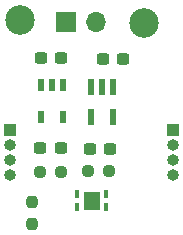
<source format=gbr>
G04 #@! TF.GenerationSoftware,KiCad,Pcbnew,8.0.1*
G04 #@! TF.CreationDate,2025-03-18T23:24:49-06:00*
G04 #@! TF.ProjectId,AlcoholSensor_Rev3,416c636f-686f-46c5-9365-6e736f725f52,rev?*
G04 #@! TF.SameCoordinates,Original*
G04 #@! TF.FileFunction,Soldermask,Bot*
G04 #@! TF.FilePolarity,Negative*
%FSLAX46Y46*%
G04 Gerber Fmt 4.6, Leading zero omitted, Abs format (unit mm)*
G04 Created by KiCad (PCBNEW 8.0.1) date 2025-03-18 23:24:49*
%MOMM*%
%LPD*%
G01*
G04 APERTURE LIST*
G04 Aperture macros list*
%AMRoundRect*
0 Rectangle with rounded corners*
0 $1 Rounding radius*
0 $2 $3 $4 $5 $6 $7 $8 $9 X,Y pos of 4 corners*
0 Add a 4 corners polygon primitive as box body*
4,1,4,$2,$3,$4,$5,$6,$7,$8,$9,$2,$3,0*
0 Add four circle primitives for the rounded corners*
1,1,$1+$1,$2,$3*
1,1,$1+$1,$4,$5*
1,1,$1+$1,$6,$7*
1,1,$1+$1,$8,$9*
0 Add four rect primitives between the rounded corners*
20,1,$1+$1,$2,$3,$4,$5,0*
20,1,$1+$1,$4,$5,$6,$7,0*
20,1,$1+$1,$6,$7,$8,$9,0*
20,1,$1+$1,$8,$9,$2,$3,0*%
G04 Aperture macros list end*
%ADD10R,0.508000X1.320800*%
%ADD11R,0.508000X1.003300*%
%ADD12C,2.500000*%
%ADD13R,1.000000X1.000000*%
%ADD14O,1.000000X1.000000*%
%ADD15R,1.700000X1.700000*%
%ADD16O,1.700000X1.700000*%
%ADD17RoundRect,0.237500X-0.300000X-0.237500X0.300000X-0.237500X0.300000X0.237500X-0.300000X0.237500X0*%
%ADD18RoundRect,0.237500X0.237500X-0.250000X0.237500X0.250000X-0.237500X0.250000X-0.237500X-0.250000X0*%
%ADD19RoundRect,0.237500X0.300000X0.237500X-0.300000X0.237500X-0.300000X-0.237500X0.300000X-0.237500X0*%
%ADD20RoundRect,0.237500X-0.250000X-0.237500X0.250000X-0.237500X0.250000X0.237500X-0.250000X0.237500X0*%
%ADD21RoundRect,0.237500X0.250000X0.237500X-0.250000X0.237500X-0.250000X-0.237500X0.250000X-0.237500X0*%
%ADD22R,0.450000X0.800000*%
%ADD23RoundRect,0.050000X-0.650000X-0.750000X0.650000X-0.750000X0.650000X0.750000X-0.650000X0.750000X0*%
G04 APERTURE END LIST*
D10*
X180539998Y-76340000D03*
X181489999Y-76340000D03*
X182440000Y-76340000D03*
X182440000Y-78930800D03*
X180539998Y-78930800D03*
D11*
X176329998Y-76170000D03*
X177279999Y-76170000D03*
X178230000Y-76170000D03*
X178230000Y-78875100D03*
X176329998Y-78875100D03*
D12*
X174560000Y-70740000D03*
D13*
X187550000Y-80050000D03*
D14*
X187550000Y-81320000D03*
X187550000Y-82590000D03*
X187550000Y-83860000D03*
D12*
X185090000Y-70960000D03*
D13*
X173740000Y-79980000D03*
D14*
X173740000Y-81250000D03*
X173740000Y-82520000D03*
X173740000Y-83790000D03*
D15*
X178420000Y-70830000D03*
D16*
X180960000Y-70830000D03*
D17*
X176285000Y-81540000D03*
X178010000Y-81540000D03*
D18*
X175550000Y-87942500D03*
X175550000Y-86117500D03*
D19*
X182190000Y-81620000D03*
X180465000Y-81620000D03*
D17*
X181565000Y-74020000D03*
X183290000Y-74020000D03*
D20*
X176250000Y-83530000D03*
X178075000Y-83530000D03*
D21*
X182110000Y-83520000D03*
X180285000Y-83520000D03*
D22*
X179420000Y-86550000D03*
X179420000Y-85470000D03*
X181840000Y-85470000D03*
X181840000Y-86550000D03*
D23*
X180630000Y-86010000D03*
D17*
X176325000Y-73960000D03*
X178050000Y-73960000D03*
M02*

</source>
